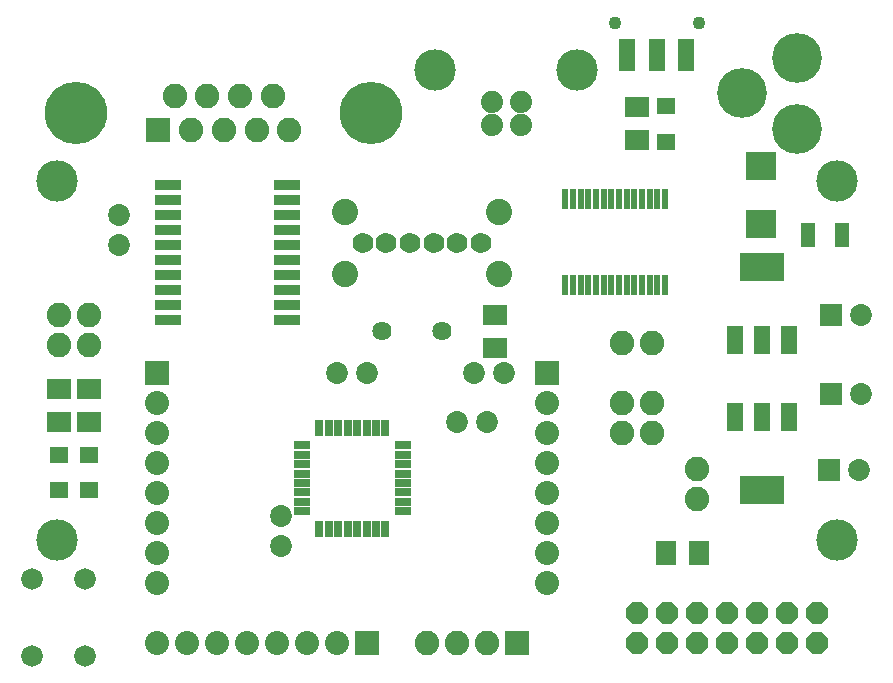
<source format=gts>
G75*
G70*
%OFA0B0*%
%FSLAX24Y24*%
%IPPOS*%
%LPD*%
%AMOC8*
5,1,8,0,0,1.08239X$1,22.5*
%
%ADD10R,0.0580X0.0300*%
%ADD11R,0.0300X0.0580*%
%ADD12R,0.0237X0.0671*%
%ADD13C,0.0740*%
%ADD14C,0.1380*%
%ADD15R,0.0820X0.0820*%
%ADD16C,0.0820*%
%ADD17C,0.2080*%
%ADD18C,0.0730*%
%ADD19C,0.1660*%
%ADD20R,0.0552X0.1064*%
%ADD21C,0.0434*%
%ADD22C,0.0877*%
%ADD23C,0.0694*%
%ADD24OC8,0.0720*%
%ADD25R,0.0710X0.0789*%
%ADD26C,0.0720*%
%ADD27R,0.0800X0.0800*%
%ADD28C,0.0800*%
%ADD29C,0.0640*%
%ADD30R,0.0880X0.0340*%
%ADD31R,0.0560X0.0960*%
%ADD32R,0.1497X0.0946*%
%ADD33R,0.0730X0.0730*%
%ADD34R,0.0631X0.0552*%
%ADD35R,0.0789X0.0710*%
%ADD36R,0.1025X0.0946*%
%ADD37R,0.0474X0.0789*%
D10*
X009810Y005619D03*
X009810Y005934D03*
X009810Y006249D03*
X009810Y006564D03*
X009810Y006879D03*
X009810Y007194D03*
X009810Y007509D03*
X009810Y007824D03*
X013190Y007824D03*
X013190Y007509D03*
X013190Y007194D03*
X013190Y006879D03*
X013190Y006564D03*
X013190Y006249D03*
X013190Y005934D03*
X013190Y005619D03*
D11*
X012602Y005032D03*
X012287Y005032D03*
X011972Y005032D03*
X011657Y005032D03*
X011343Y005032D03*
X011028Y005032D03*
X010713Y005032D03*
X010398Y005032D03*
X010398Y008412D03*
X010713Y008412D03*
X011028Y008412D03*
X011343Y008412D03*
X011657Y008412D03*
X011972Y008412D03*
X012287Y008412D03*
X012602Y008412D03*
D12*
X018599Y013159D03*
X018855Y013159D03*
X019111Y013159D03*
X019367Y013159D03*
X019623Y013159D03*
X019879Y013159D03*
X020134Y013159D03*
X020390Y013159D03*
X020646Y013159D03*
X020902Y013159D03*
X021158Y013159D03*
X021414Y013159D03*
X021670Y013159D03*
X021926Y013159D03*
X021926Y016014D03*
X021670Y016014D03*
X021414Y016014D03*
X021158Y016014D03*
X020902Y016014D03*
X020646Y016014D03*
X020390Y016014D03*
X020134Y016014D03*
X019879Y016014D03*
X019623Y016014D03*
X019367Y016014D03*
X019111Y016014D03*
X018855Y016014D03*
X018599Y016014D03*
D13*
X017125Y018493D03*
X017125Y019273D03*
X016141Y019273D03*
X016141Y018493D03*
D14*
X014263Y020343D03*
X019003Y020343D03*
X027650Y016622D03*
X027650Y004672D03*
X001650Y004672D03*
X001650Y016622D03*
D15*
X005032Y018344D03*
X017000Y001221D03*
D16*
X016000Y001221D03*
X015000Y001221D03*
X014000Y001221D03*
X020500Y008222D03*
X020500Y009222D03*
X021500Y009222D03*
X021500Y008222D03*
X023000Y007022D03*
X023000Y006022D03*
X021500Y011222D03*
X020500Y011222D03*
X009394Y018344D03*
X008304Y018344D03*
X007213Y018344D03*
X006123Y018344D03*
X005579Y019462D03*
X006670Y019462D03*
X007757Y019462D03*
X008847Y019462D03*
X002733Y012153D03*
X001733Y012153D03*
X001733Y011153D03*
X002733Y011153D03*
D17*
X002292Y018903D03*
X012134Y018903D03*
D18*
X003718Y015493D03*
X003718Y014493D03*
X011000Y010222D03*
X012000Y010222D03*
X014997Y008590D03*
X015997Y008590D03*
X015550Y010222D03*
X016550Y010222D03*
X009131Y005464D03*
X009131Y004464D03*
X028383Y007003D03*
X028443Y009513D03*
X028453Y012173D03*
D19*
X026333Y018379D03*
X024483Y019560D03*
X026333Y020742D03*
D20*
X022637Y020820D03*
X021653Y020820D03*
X020669Y020820D03*
D21*
X020256Y021903D03*
X023051Y021903D03*
D22*
X016373Y015610D03*
X016373Y013523D03*
X011255Y013523D03*
X011255Y015610D03*
D23*
X011846Y014566D03*
X012633Y014566D03*
X013421Y014566D03*
X014208Y014566D03*
X014995Y014566D03*
X015783Y014566D03*
D24*
X021000Y002222D03*
X022000Y002222D03*
X023000Y002222D03*
X024000Y002222D03*
X025000Y002222D03*
X026000Y002222D03*
X027000Y002222D03*
X027000Y001222D03*
X026000Y001222D03*
X025000Y001222D03*
X024000Y001222D03*
X023000Y001222D03*
X022000Y001222D03*
X021000Y001222D03*
D25*
X021949Y004222D03*
X023051Y004222D03*
D26*
X000823Y000798D03*
X002603Y000798D03*
X002603Y003358D03*
X000823Y003358D03*
D27*
X005000Y010222D03*
X012000Y001221D03*
X018000Y010222D03*
D28*
X018000Y009222D03*
X018000Y008222D03*
X018000Y007222D03*
X018000Y006222D03*
X018000Y005222D03*
X018000Y004222D03*
X018000Y003222D03*
X011000Y001221D03*
X010000Y001221D03*
X009000Y001221D03*
X008000Y001221D03*
X007000Y001221D03*
X006000Y001221D03*
X005000Y001221D03*
X005000Y003222D03*
X005000Y004222D03*
X005000Y005222D03*
X005000Y006222D03*
X005000Y007222D03*
X005000Y008222D03*
X005000Y009222D03*
D29*
X012500Y011622D03*
X014500Y011622D03*
D30*
X009313Y012003D03*
X009313Y012503D03*
X009313Y013003D03*
X009313Y013503D03*
X009313Y014003D03*
X009313Y014503D03*
X009313Y015003D03*
X009313Y015503D03*
X009313Y016003D03*
X009313Y016503D03*
X005353Y016503D03*
X005353Y016003D03*
X005353Y015503D03*
X005353Y015003D03*
X005353Y014503D03*
X005353Y014003D03*
X005353Y013503D03*
X005353Y013003D03*
X005353Y012503D03*
X005353Y012003D03*
D31*
X024243Y011313D03*
X025153Y011313D03*
X026063Y011313D03*
X026063Y008773D03*
X025153Y008773D03*
X024243Y008773D03*
D32*
X025153Y006333D03*
X025153Y013753D03*
D33*
X027453Y012173D03*
X027443Y009513D03*
X027383Y007003D03*
D34*
X021962Y017936D03*
X021962Y019117D03*
X002733Y007494D03*
X001733Y007494D03*
X001733Y006313D03*
X002733Y006313D03*
D35*
X002733Y008602D03*
X001733Y008602D03*
X001733Y009704D03*
X002733Y009704D03*
X016250Y011071D03*
X016250Y012173D03*
X020984Y017984D03*
X020984Y019086D03*
D36*
X025133Y017139D03*
X025133Y015207D03*
D37*
X026702Y014813D03*
X027804Y014813D03*
M02*

</source>
